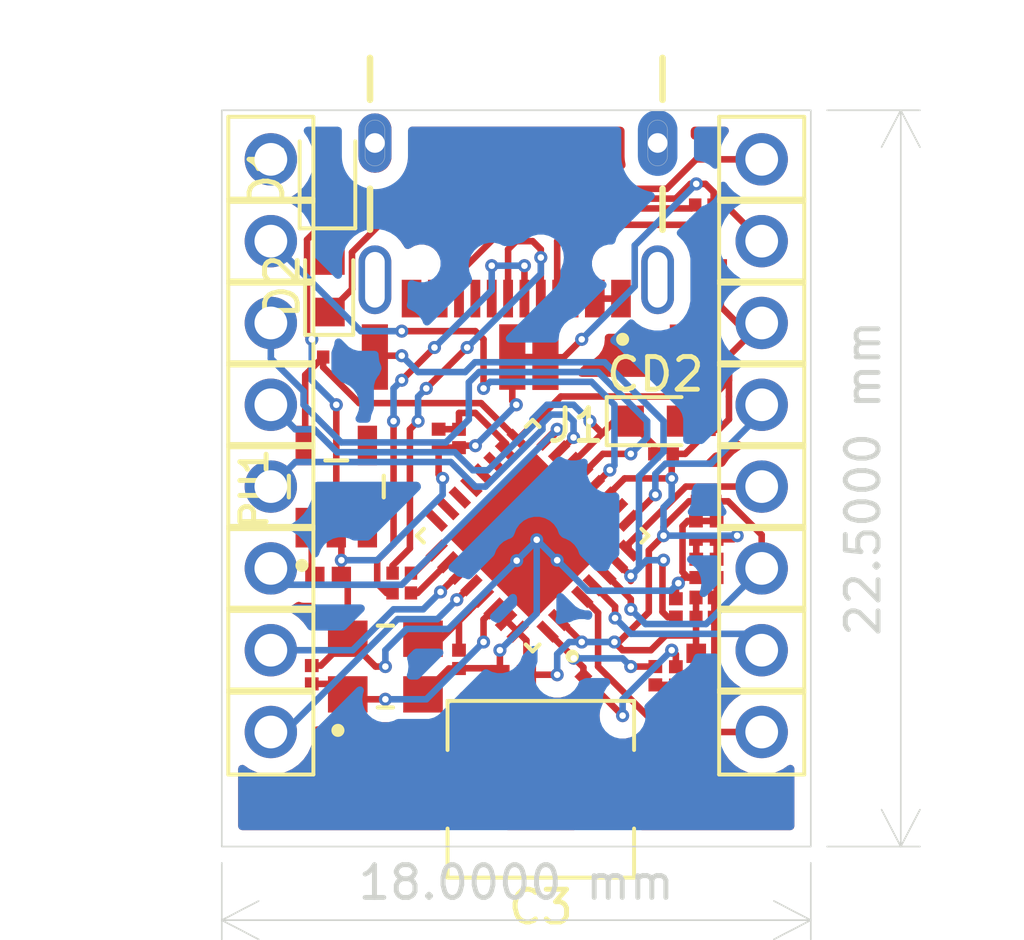
<source format=kicad_pcb>
(kicad_pcb (version 20240108) (generator "pcbnew") (generator_version "8.0")
  (layers (0 "F.Cu" signal) (31 "B.Cu" signal) (34 "B.Paste" user) (35 "F.Paste" user) (36 "B.SilkS" user "B.Silkscreen") (37 "F.SilkS" user "F.Silkscreen") (38 "B.Mask" user) (39 "F.Mask" user) (44 "Edge.Cuts" user))
  (net 0 "")
  (net 1 "GND")
  (net 2 "Net-(CD2-A)")
  (net 3 "+3.3V")
  (net 5 "GPIO5{slash}ADC2{slash}SDA")
  (net 6 "/SPIQ")
  (net 7 "/GPIO13")
  (net 8 "/SPID")
  (net 9 "Net-(U1-LNA_IN)")
  (net 10 "/GPIO12")
  (net 11 "/SPICSO")
  (net 12 "/SPCILK")
  (net 15 "XTAL_P")
  (net 16 "XTAL_N")
  (net 17 "GPIO8{slash}PWM")
  (net 18 "VBUS")
  (net 19 "VSYS")
  (net 20 "GPIO7")
  (net 21 "GPIO9{slash}BOOT")
  (net 22 "GPIO6")
  (net 23 "GPIO10")
  (net 24 "GPIO21")
  (net 25 "GPIO20")
  (net 26 "GPIO1{slash}U1RXD")
  (net 27 "GPIO0{slash}U1TXD")
  (net 28 "GPIO4{slash}ADC1{slash}SDA")
  (net 29 "GPIO2")
  (net 30 "GPIO3")
  (net 31 "Net-(J1-D--PadA7)")
  (net 32 "Net-(J1-D+-PadA6)")
  (net 33 "GPIO9")
  (net 34 "CHIP EN")
  (net 35 "VDD SPI{slash}GPIO11")
  (net 36 "USBD_P")
  (net 37 "USBD_N")
  (net 38 "CC1")
  (net 39 "CC2")
  (net 40 "Net-(C3-A)")
  (net 41 "GPIO5{slash}ADC2{slash}SCL")
  (net 42 "Net-(D2-A)")
  (footprint "GRM033R61E431KA01D:CAPC0603X33N" (layer "F.Cu") (at 178 81.73 -90)
    (property "Reference" "C2" (hide yes))
    (property "Value" "C" (hide yes))
  )
  (footprint "Connector_Pin:Pin_D1.1mm_L8.5mm_W2.5mm_FlatFork" (layer "F.Cu") (at 187.25 81.45)
    (property "Reference" "H2" (hide yes))
    (property "Value" "2" (hide yes))
  )
  (footprint "RC0201FR-0768KL:RESC0603X26N" (layer "F.Cu") (at 176.25134 79.095409)
    (property "Reference" "UR2" (hide yes))
    (property "Value" "R" (hide yes))
  )
  (footprint "C0402C152J5GACTU:CAPC1005X55N" (layer "F.Cu") (at 174 79.2)
    (property "Reference" "PC1" (hide yes))
    (property "Value" "C" (hide yes))
  )
  (footprint "Connector_Pin:Pin_D1.1mm_L8.5mm_W2.5mm_FlatFork" (layer "F.Cu") (at 187.25 76.45)
    (property "Reference" "H4" (hide yes))
    (property "Value" "4" (hide yes))
  )
  (footprint "RC0201FR-0768KL:RESC0603X26N" (layer "F.Cu") (at 185.647521 74.433675 90)
    (property "Reference" "UR8" (hide yes))
    (property "Value" "R" (hide yes))
  )
  (footprint "GRM033R61E431KA01D:CAPC0603X33N" (layer "F.Cu") (at 173.5 82.2 90)
    (property "Reference" "C1" (hide yes))
    (property "Value" "C" (hide yes))
  )
  (footprint "RC0201FR-0768KL:RESC0603X26N" (layer "F.Cu") (at 185.5 68.45)
    (property "Reference" "UR1" (hide yes))
    (property "Value" "R" (hide yes))
  )
  (footprint "RC0201FR-0768KL:RESC0603X26N" (layer "F.Cu") (at 176.25 79.7)
    (property "Reference" "UR3" (hide yes))
    (property "Value" "R" (hide yes))
  )
  (footprint "GRM033R61E431KA01D:CAPC0603X33N" (layer "F.Cu") (at 184 82.23 -90)
    (property "Reference" "UC9" (hide yes))
    (property "Value" "C" (hide yes))
  )
  (footprint "Connector_Pin:Pin_D1.1mm_L8.5mm_W2.5mm_FlatFork" (layer "F.Cu") (at 187.25 71.45)
    (property "Reference" "H6" (hide yes))
    (property "Value" "6" (hide yes))
  )
  (footprint "Connector_Pin:Pin_D1.1mm_L8.5mm_W2.5mm_FlatFork" (layer "F.Cu") (at 172.25 71.45)
    (property "Reference" "H15" (hide yes))
    (property "Value" "3" (hide yes))
  )
  (footprint "GRM033R61E431KA01D:CAPC0603X33N" (layer "F.Cu") (at 185.2407 77.779792 -90)
    (property "Reference" "UC2" (hide yes))
    (property "Value" "C" (hide yes))
  )
  (footprint "RC0201FR-0768KL:RESC0603X26N" (layer "F.Cu") (at 185.719 69.7 180)
    (property "Reference" "UR6" (hide yes))
    (property "Value" "10" (hide yes))
  )
  (footprint "GRM033R61E431KA01D:CAPC0603X33N" (layer "F.Cu") (at 178 74.98 -90)
    (property "Reference" "UC11" (hide yes))
    (property "Value" "C" (hide yes))
  )
  (footprint "GRM033R61E431KA01D:CAPC0603X33N" (layer "F.Cu") (at 184.626966 82.235268 -90)
    (property "Reference" "UC8" (hide yes))
    (property "Value" "C" (hide yes))
  )
  (footprint "Connector_Pin:Pin_D1.1mm_L8.5mm_W2.5mm_FlatFork" (layer "F.Cu") (at 172.25 76.45)
    (property "Reference" "H14" (hide yes))
    (property "Value" "5" (hide yes))
  )
  (footprint "RC0201FR-0768KL:RESC0603X26N" (layer "F.Cu") (at 174.128821 72.491111)
    (property "Reference" "UR5" (hide yes))
    (property "Value" "R" (hide yes))
  )
  (footprint "GRM033R61E431KA01D:CAPC0603X33N" (layer "F.Cu") (at 185.52315 79.839678)
    (property "Reference" "UC12" (hide yes))
    (property "Value" "C" (hide yes))
  )
  (footprint "RC0201FR-0768KL:RESC0603X26N" (layer "F.Cu") (at 185.498661 67.843848)
    (property "Reference" "UR4" (hide yes))
    (property "Value" "R" (hide yes))
  )
  (footprint "ESP32C3:QFN32_5X5MM" (layer "F.Cu") (at 180.25 77.95 135)
    (property "Reference" "U1" (hide yes))
    (property "Value" "ESP32-C3")
  )
  (footprint "Connector_Pin:Pin_D1.1mm_L8.5mm_W2.5mm_FlatFork" (layer "F.Cu") (at 187.25 66.45)
    (property "Reference" "H8" (hide yes))
    (property "Value" "8" (hide yes))
  )
  (footprint "Connector_Pin:Pin_D1.1mm_L8.5mm_W2.5mm_FlatFork" (layer "F.Cu") (at 172.25 73.95)
    (property "Reference" "H11" (hide yes))
    (property "Value" "4" (hide yes))
  )
  (footprint "RC0201FR-0768KL:RESC0603X26N" (layer "F.Cu") (at 185.552686 76.900207)
    (property "Reference" "UR15" (hide yes))
    (property "Value" "R" (hide yes))
  )
  (footprint "Connector_Pin:Pin_D1.1mm_L8.5mm_W2.5mm_FlatFork" (layer "F.Cu") (at 187.25 78.95)
    (property "Reference" "H3" (hide yes))
    (property "Value" "3" (hide yes))
  )
  (footprint "Connector_Pin:Pin_D1.1mm_L8.5mm_W2.5mm_FlatFork" (layer "F.Cu") (at 187.25 83.95)
    (property "Reference" "H1" (hide yes))
    (property "Value" "1" (hide yes))
  )
  (footprint "GRM033R61E431KA01D:CAPC0603X33N" (layer "F.Cu") (at 185.872934 77.780785 -90)
    (property "Reference" "UC1" (hide yes))
    (property "Value" "C" (hide yes))
  )
  (footprint "GRM033R61E431KA01D:CAPC0603X33N" (layer "F.Cu") (at 185.52315 80.453412 180)
    (property "Reference" "UC13" (hide yes))
    (property "Value" "C" (hide yes))
  )
  (footprint "Inductor_SMD:L_Wuerth_HCI-5040" (layer "F.Cu") (at 180.5 85.7 180)
    (property "Reference" "C3")
    (property "Value" "Antenna")
  )
  (footprint "GRM033R61E431KA01D:CAPC0603X33N" (layer "F.Cu") (at 184.627684 80.157851 90)
    (property "Reference" "UC7" (hide yes))
    (property "Value" "C" (hide yes))
  )
  (footprint "USB4105GFA:GCT_USB4105GFA" (layer "F.Cu") (at 179.75 65.95 180)
    (property "Reference" "J1")
    (property "Value" "USB_C_Receptacle_USB2.0_16P")
    (fp_line (start 4.62 -0.4) (end 4.62 0.4) (stroke (width 0.01)) (layer "Edge.Cuts"))
    (fp_line (start 4.02 0.4) (end 4.02 -0.4) (stroke (width 0.01)) (layer "Edge.Cuts"))
    (fp_line (start -4.02 -0.4) (end -4.02 0.4) (stroke (width 0.01)) (layer "Edge.Cuts"))
    (fp_line (start -4.62 0.4) (end -4.62 -0.4) (stroke (width 0.01)) (layer "Edge.Cuts"))
    (fp_arc (start 4.62 0.4) (mid 4.532132 0.612132) (end 4.32 0.7) (stroke (width 0.01)) (layer "Edge.Cuts"))
    (fp_arc (start 4.32 0.7) (mid 4.107868 0.612132) (end 4.02 0.4) (stroke (width 0.01)) (layer "Edge.Cuts"))
    (fp_arc (start 4.32 -0.7) (mid 4.532132 -0.612132) (end 4.62 -0.4) (stroke (width 0.01)) (layer "Edge.Cuts"))
    (fp_arc (start 4.02 -0.4) (mid 4.107868 -0.612132) (end 4.32 -0.7) (stroke (width 0.01)) (layer "Edge.Cuts"))
    (fp_arc (start -4.02 0.4) (mid -4.107868 0.612132) (end -4.32 0.7) (stroke (width 0.01)) (layer "Edge.Cuts"))
    (fp_arc (start -4.32 0.7) (mid -4.532132 0.612132) (end -4.62 0.4) (stroke (width 0.01)) (layer "Edge.Cuts"))
    (fp_arc (start -4.32 -0.7) (mid -4.107868 -0.612132) (end -4.02 -0.4) (stroke (width 0.01)) (layer "Edge.Cuts"))
    (fp_arc (start -4.62 -0.4) (mid -4.532132 -0.612132) (end -4.32 -0.7) (stroke (width 0.01)) (layer "Edge.Cuts"))
  )
  (footprint "Connector_Pin:Pin_D1.1mm_L8.5mm_W2.5mm_FlatFork" (layer "F.Cu") (at 172.25 66.45)
    (property "Reference" "H16" (hide yes))
    (property "Value" "1" (hide yes))
  )
  (footprint "GRM033R61E431KA01D:CAPC0603X33N" (layer "F.Cu") (at 185.25 78.95 -90)
    (property "Reference" "UC5" (hide yes))
    (property "Value" "C" (hide yes))
  )
  (footprint "Connector_Pin:Pin_D1.1mm_L8.5mm_W2.5mm_FlatFork" (layer "F.Cu") (at 172.25 83.95)
    (property "Reference" "H9" (hide yes))
    (property "Value" "8" (hide yes))
  )
  (footprint "RC0201FR-0768KL:RESC0603X26N" (layer "F.Cu") (at 173.994379 68.702681)
    (property "Reference" "UR7" (hide yes))
    (property "Value" "R" (hide yes))
  )
  (footprint "SKRKAEE010:SKRK" (layer "F.Cu") (at 177.528302 72.490911 180)
    (property "Reference" "K2" (hide yes))
    (property "Value" "SW_Omron_B3FS" (hide yes))
  )
  (footprint "C0402C152J5GACTU:CAPC1005X55N" (layer "F.Cu") (at 185.25 81.95 -90)
    (property "Reference" "UC4" (hide yes))
    (property "Value" "C" (hide yes))
  )
  (footprint "RC0201FR-0768KL:RESC0603X26N" (layer "F.Cu") (at 182 82.45 -45)
    (property "Reference" "UR9" (hide yes))
    (property "Value" "R" (hide yes))
  )
  (footprint "C0402C152J5GACTU:CAPC1005X55N" (layer "F.Cu") (at 179.655 82.2 180)
    (property "Reference" "PC2" (hide yes))
    (property "Value" "C" (hide yes))
  )
  (footprint "NX3225SA-40M-EXS00A-CS03880:OSCCC320X250X60" (layer "F.Cu") (at 175.75 81.95 90)
    (property "Reference" "Y1" (hide yes))
    (property "Value" "NX3225SA-40M-EXS00A-CS03880")
  )
  (footprint "LP3985IM5-3.3:SOT95P280X145-5N" (layer "F.Cu") (at 174.25 76.45 90)
    (property "Reference" "PU1")
    (property "Value" "ME6211C33M5")
  )
  (footprint "Diode_SMD:D_SOD-323F" (layer "F.Cu") (at 173.980493 66.948208 90)
    (property "Reference" "D1")
    (property "Value" "NRVA4004T3G")
  )
  (footprint "LED_SMD:LED_0603_1608Metric" (layer "F.Cu") (at 184 74.45)
    (property "Reference" "CD2")
    (property "Value" "LED")
  )
  (footprint "LED_SMD:LED_0603_1608Metric" (layer "F.Cu") (at 174.031977 70.328791 90)
    (property "Reference" "D2")
    (property "Value" "LED")
  )
  (footprint "Connector_Pin:Pin_D1.1mm_L8.5mm_W2.5mm_FlatFork" (layer "F.Cu") (at 172.25 68.95)
    (property "Reference" "H12" (hide yes))
    (property "Value" "2" (hide yes))
  )
  (footprint "SKRKAEE010:SKRK" (layer "F.Cu") (at 182.741538 72.497417)
    (property "Reference" "K1" (hide yes))
    (property "Value" "SW_Omron_B3FS" (hide yes))
  )
  (footprint "GRM033R61E431KA01D:CAPC0603X33N" (layer "F.Cu") (at 177.376904 74.976539 -90)
    (property "Reference" "UC10" (hide yes))
    (property "Value" "C" (hide yes))
  )
  (footprint "Connector_Pin:Pin_D1.1mm_L8.5mm_W2.5mm_FlatFork" (layer "F.Cu") (at 187.25 68.95)
    (property "Reference" "H7" (hide yes))
    (property "Value" "7" (hide yes))
  )
  (footprint "GRM033R61E431KA01D:CAPC0603X33N" (layer "F.Cu") (at 185.873553 78.949999 -90)
    (property "Reference" "UC6" (hide yes))
    (property "Value" "C" (hide yes))
  )
  (footprint "Connector_Pin:Pin_D1.1mm_L8.5mm_W2.5mm_FlatFork" (layer "F.Cu") (at 172.25 78.95)
    (property "Reference" "H10" (hide yes))
    (property "Value" "6" (hide yes))
  )
  (footprint "RC0201FR-0768KL:RESC0603X26N" (layer "F.Cu") (at 184.25 75.45 180)
    (property "Reference" "UR10" (hide yes))
    (property "Value" "R" (hide yes))
  )
  (footprint "Connector_Pin:Pin_D1.1mm_L8.5mm_W2.5mm_FlatFork" (layer "F.Cu") (at 187.25 73.95)
    (property "Reference" "H5" (hide yes))
    (property "Value" "5" (hide yes))
  )
  (footprint "Connector_Pin:Pin_D1.1mm_L8.5mm_W2.5mm_FlatFork" (layer "F.Cu") (at 172.25 81.45)
    (property "Reference" "H13" (hide yes))
    (property "Value" "7" (hide yes))
  )
  (gr_rect (start 170.75 64.95) (end 188.75 87.45) (stroke (width 0.05)) (fill none) (layer "Edge.Cuts"))
  (dimension (type aligned) (layer "Edge.Cuts") (pts (xy 170.75 87.45) (xy 188.75 87.45)) (height 2.25) (gr_text "18.0000 mm" (at 179.75 88.55 0) (layer "Edge.Cuts") (effects (font (size 1 1) (thickness 0.15)))) (format (prefix "") (suffix "") (units 3) (units_format 1) (precision 4)) (style (thickness 0.05) (arrow_length 1.27) (text_position_mode 0) (extension_height 0.58642) (extension_offset 0.5) keep_text_aligned))
  (dimension (type aligned) (layer "Edge.Cuts") (pts (xy 188.75 87.45) (xy 188.75 64.95)) (height 2.75) (gr_text "22.5000 mm" (at 190.35 76.2 90) (layer "Edge.Cuts") (effects (font (size 1 1) (thickness 0.15)))) (format (prefix "") (suffix "") (units 3) (units_format 1) (precision 4)) (style (thickness 0.05) (arrow_length 1.27) (text_position_mode 0) (extension_height 0.58642) (extension_offset 0.5) keep_text_aligned))
  (segment (start 182.15 70.705) (end 182.95 70.705) (width 0.2) (layer "F.Cu") (net 0))
  (segment (start 176.55 70.705) (end 177.35 70.705) (width 0.2) (layer "F.Cu") (net 0))
  (segment (start 175.218285 69.918285) (end 175.43 70.13) (width 0.1) (layer "F.Cu") (net 0))
  (segment (start 179.051648 82.001648) (end 178.008352 82.001648) (width 0.2) (layer "F.Cu") (net 1))
  (segment (start 184.627684 79.877851) (end 184.627684 79.477851) (width 0.2) (layer "F.Cu") (net 1))
  (segment (start 185.089732 82.515268) (end 185.25 82.355) (width 0.2) (layer "F.Cu") (net 1))
  (segment (start 185.873553 79.769275) (end 185.80315 79.839678) (width 0.2) (layer "F.Cu") (net 1))
  (segment (start 178.5 75.2) (end 178.06 75.2) (width 0.2) (layer "F.Cu") (net 1))
  (segment (start 175.75 81.95) (end 175.45 81.95) (width 0.2) (layer "F.Cu") (net 1))
  (segment (start 184.875535 79.23) (end 185.25 79.23) (width 0.2) (layer "F.Cu") (net 1))
  (segment (start 185.2407 77.499792) (end 184.9907 77.499792) (width 0.2) (layer "F.Cu") (net 1))
  (segment (start 180.641538 72.497417) (end 181.202583 72.497417) (width 0.2) (layer "F.Cu") (net 1))
  (segment (start 184.8307 77.659792) (end 184.8307 79.0607) (width 0.2) (layer "F.Cu") (net 1))
  (segment (start 185.872934 77.500785) (end 185.241693 77.500785) (width 0.2) (layer "F.Cu") (net 1))
  (segment (start 184.626966 82.515268) (end 185.089732 82.515268) (width 0.2) (layer "F.Cu") (net 1))
  (segment (start 186.25 67.95) (end 187.25 68.95) (width 0.2) (layer "F.Cu") (net 1))
  (segment (start 179.25 81.45) (end 179.25 82.2) (width 0.2) (layer "F.Cu") (net 1))
  (segment (start 174.6 81.1) (end 174.6 79.395) (width 0.2) (layer "F.Cu") (net 1))
  (segment (start 184.627684 79.477851) (end 184.875535 79.23) (width 0.2) (layer "F.Cu") (net 1))
  (segment (start 174.405 77.86) (end 174.25 77.705) (width 0.2) (layer "F.Cu") (net 1))
  (segment (start 184.9907 77.499792) (end 184.8307 77.659792) (width 0.2) (layer "F.Cu") (net 1))
  (segment (start 185.225976 79.254024) (end 185.25 79.23) (width 0.2) (layer "F.Cu") (net 1))
  (segment (start 185 79.23) (end 185.25 79.23) (width 0.2) (layer "F.Cu") (net 1))
  (segment (start 184 82.51) (end 184.621698 82.51) (width 0.2) (layer "F.Cu") (net 1))
  (segment (start 185.25 67.2) (end 185.531 67.2) (width 0.2) (layer "F.Cu") (net 1))
  (segment (start 184.621509 67.65) (end 185.071509 67.2) (width 0.2) (layer "F.Cu") (net 1))
  (segment (start 185.873553 79.229999) (end 185.873553 79.769275) (width 0.2) (layer "F.Cu") (net 1))
  (segment (start 185.781 67.845187) (end 185.779661 67.843848) (width 0.2) (layer "F.Cu") (net 1))
  (segment (start 177.376904 76.006539) (end 177.376904 75.256539) (width 0.2) (layer "F.Cu") (net 1))
  (segment (start 179.855736 67.65) (end 184.621509 67.65) (width 0.2) (layer "F.Cu") (net 1))
  (segment (start 174.031977 71.116291) (end 174.73 70.418268) (width 0.2) (layer "F.Cu") (net 1))
  (segment (start 185.071509 67.2) (end 185.25 67.2) (width 0.2) (layer "F.Cu") (net 1))
  (segment (start 176.070051 67.95) (end 179.555736 67.95) (width 0.2) (layer "F.Cu") (net 1))
  (segment (start 177.376904 76.076904) (end 177.5 76.2) (width 0.2) (layer "F.Cu") (net 1))
  (segment (start 180.635032 72.490911) (end 180.641538 72.497417) (width 0.2) (layer "F.Cu") (net 1))
  (segment (start 177.996539 75.256539) (end 178 75.26) (width 0.2) (layer "F.Cu") (net 1))
  (segment (start 185.80315 80.453412) (end 185.80315 79.839678) (width 0.2) (layer "F.Cu") (net 1))
  (segment (start 184.8307 79.0607) (end 185 79.23) (width 0.2) (layer "F.Cu") (net 1))
  (segment (start 174.405 79.2) (end 174.405 78.7) (width 0.2) (layer "F.Cu") (net 1))
  (segment (start 185.531 67.2) (end 185.781 67.45) (width 0.2) (layer "F.Cu") (net 1))
  (segment (start 185.781 67.95) (end 185.781 67.45) (width 0.2) (layer "F.Cu") (net 1))
  (segment (start 179.628302 72.490911) (end 180.635032 72.490911) (width 0.2) (layer "F.Cu") (net 1))
  (segment (start 177.376904 76.006539) (end 177.376904 76.076904) (width 0.2) (layer "F.Cu") (net 1))
  (segment (start 179.628302 73.828302) (end 179.75 73.95) (width 0.2) (layer "F.Cu") (net 1))
  (segment (start 185.25 79.23) (end 185.873552 79.23) (width 0.2) (layer "F.Cu") (net 1))
  (segment (start 185.873552 79.23) (end 185.873553 79.229999) (width 0.2) (layer "F.Cu") (net 1))
  (segment (start 185.781 68.45) (end 185.781 67.845187) (width 0.2) (layer "F.Cu") (net 1))
  (segment (start 185.345 82.355) (end 185.80315 81.89685) (width 0.2) (layer "F.Cu") (net 1))
  (segment (start 179.555736 67.95) (end 179.855736 67.65) (width 0.2) (layer "F.Cu") (net 1))
  (segment (start 177.69 82.01) (end 178 82.01) (width 0.2) (layer "F.Cu") (net 1))
  (segment (start 174.73 69.290051) (end 176.070051 67.95) (width 0.2) (layer "F.Cu") (net 1))
  (segment (start 179.628302 72.490911) (end 179.628302 73.828302) (width 0.2) (layer "F.Cu") (net 1))
  (segment (start 184.702767 79.402767) (end 184.627684 79.47785) (width 0.2) (layer "F.Cu") (net 1))
  (segment (start 176.9 82.8) (end 177.69 82.01) (width 0.2) (layer "F.Cu") (net 1))
  (segment (start 179.25 82.2) (end 179.051648 82.001648) (width 0.2) (layer "F.Cu") (net 1))
  (segment (start 185.095 82.2) (end 185.25 82.355) (width 0.2) (layer "F.Cu") (net 1))
  (segment (start 185.241693 77.500785) (end 185.2407 77.499792) (width 0.2) (layer "F.Cu") (net 1))
  (segment (start 174.6 79.395) (end 174.405 79.2) (width 0.2) (layer "F.Cu") (net 1))
  (segment (start 181.202583 72.497417) (end 181.75 71.95) (width 0.2) (layer "F.Cu") (net 1))
  (segment (start 174.73 70.418268) (end 174.73 69.290051) (width 0.2) (layer "F.Cu") (net 1))
  (segment (start 173.78 81.92) (end 174.6 81.1) (width 0.2) (layer "F.Cu") (net 1))
  (segment (start 185.781 67.95) (end 186.25 67.95) (width 0.2) (layer "F.Cu") (net 1))
  (segment (start 174.405 78.7) (end 174.405 77.86) (width 0.2) (layer "F.Cu") (net 1))
  (segment (start 175.45 81.95) (end 174.6 81.1) (width 0.2) (layer "F.Cu") (net 1))
  (segment (start 177.376904 75.256539) (end 177.996539 75.256539) (width 0.2) (layer "F.Cu") (net 1))
  (segment (start 185.25 82.355) (end 185.345 82.355) (width 0.2) (layer "F.Cu") (net 1))
  (segment (start 184.627684 79.47785) (end 184.627684 79.877851) (width 0.2) (layer "F.Cu") (net 1))
  (segment (start 185.80315 81.89685) (end 185.80315 80.453412) (width 0.2) (layer "F.Cu") (net 1))
  (segment (start 178.06 75.2) (end 178 75.26) (width 0.2) (layer "F.Cu") (net 1))
  (segment (start 173.5 81.92) (end 173.78 81.92) (width 0.2) (layer "F.Cu") (net 1))
  (segment (start 178.008352 82.001648) (end 178 82.01) (width 0.2) (layer "F.Cu") (net 1))
  (via (at 174.405 78.7) (size 0.4) (drill 0.2) (layers "F.Cu" "B.Cu") (net 1))
  (via (at 179.763171 78.713171) (size 0.4) (drill 0.2) (layers "F.Cu" "B.Cu") (net 1))
  (via (at 181.75 71.95) (size 0.4) (drill 0.2) (layers "F.Cu" "B.Cu") (net 1))
  (via (at 180.375 78.075) (size 0.4) (drill 0.2) (layers "F.Cu" "B.Cu") (net 1))
  (via (at 177.5 76.2) (size 0.4) (drill 0.2) (layers "F.Cu" "B.Cu") (net 1))
  (via (at 184.702767 79.402767) (size 0.4) (drill 0.2) (layers "F.Cu" "B.Cu") (net 1))
  (via (at 179.75 73.95) (size 0.4) (drill 0.2) (layers "F.Cu" "B.Cu") (net 1))
  (via (at 178.5 75.2) (size 0.4) (drill 0.2) (layers "F.Cu" "B.Cu") (net 1))
  (via (at 181 78.7) (size 0.4) (drill 0.2) (layers "F.Cu" "B.Cu") (net 1))
  (via (at 175.75 81.95) (size 0.4) (drill 0.2) (layers "F.Cu" "B.Cu") (net 1))
  (via (at 185.25 67.2) (size 0.4) (drill 0.2) (layers "F.Cu" "B.Cu") (net 1))
  (via (at 179.25 81.45) (size 0.4) (drill 0.2) (layers "F.Cu" "B.Cu") (net 1))
  (segment (start 180.375 78.075) (end 180.375 80.325) (width 0.2) (layer "B.Cu") (net 1))
  (segment (start 175.5 78.7) (end 177.5 76.7) (width 0.2) (layer "B.Cu") (net 1))
  (segment (start 179.75 73.95) (end 178.5 75.2) (width 0.2) (layer "B.Cu") (net 1))
  (segment (start 180.375 78.075) (end 180.375 78.101342) (width 0.2) (layer "B.Cu") (net 1))
  (segment (start 177.676341 80.8) (end 176.4 80.8) (width 0.2) (layer "B.Cu") (net 1))
  (segment (start 179.763171 78.713171) (end 178.486829 79.989513) (width 0.2) (layer "B.Cu") (net 1))
  (segment (start 178.486829 79.989513) (end 178.486829 79.989512) (width 0.2) (layer "B.Cu") (net 1))
  (segment (start 183.37 70.33) (end 183.37 69.08) (width 0.2) (layer "B.Cu") (net 1))
  (segment (start 180.375 78.075) (end 181.932233 79.632233) (width 0.2) (layer "B.Cu") (net 1))
  (segment (start 178.486829 79.989512) (end 177.676341 80.8) (width 0.2) (layer "B.Cu") (net 1))
  (segment (start 183.37 69.08) (end 185.25 67.2) (width 0.2) (layer "B.Cu") (net 1))
  (segment (start 177.5 76.7) (end 177.5 76.2) (width 0.2) (layer "B.Cu") (net 1))
  (segment (start 180.375 80.325) (end 179.25 81.45) (width 0.2) (layer "B.Cu") (net 1))
  (segment (start 174.405 78.7) (end 175.5 78.7) (width 0.2) (layer "B.Cu") (net 1))
  (segment (start 184.473301 79.632233) (end 184.702767 79.402767) (width 0.2) (layer "B.Cu") (net 1))
  (segment (start 180.375 78.101342) (end 179.763171 78.713171) (width 0.2) (layer "B.Cu") (net 1))
  (segment (start 175.75 81.45) (end 175.75 81.95) (width 0.2) (layer "B.Cu") (net 1))
  (segment (start 181.75 71.95) (end 183.37 70.33) (width 0.2) (layer "B.Cu") (net 1))
  (segment (start 181.932233 79.632233) (end 184.473301 79.632233) (width 0.2) (layer "B.Cu") (net 1))
  (segment (start 176.4 80.8) (end 175.75 81.45) (width 0.2) (layer "B.Cu") (net 1))
  (segment (start 185.084825 74.152675) (end 185.647521 74.152675) (width 0.2) (layer "F.Cu") (net 2))
  (segment (start 184.7875 74.45) (end 185.084825 74.152675) (width 0.2) (layer "F.Cu") (net 2))
  (segment (start 182.75 81.2) (end 183 81.45) (width 0.2) (layer "F.Cu") (net 3))
  (segment (start 186 70.95) (end 186.5 71.45) (width 0.2) (layer "F.Cu") (net 3))
  (segment (start 185.24315 80.95) (end 185.24315 81.53815) (width 0.2) (layer "F.Cu") (net 3))
  (segment (start 186.25 74.395098) (end 185.930423 74.714675) (width 0.2) (layer "F.Cu") (net 3))
  (segment (start 186 69.7) (end 186 70.95) (width 0.2) (layer "F.Cu") (net 3))
  (segment (start 179.792148 75.017275) (end 181.112006 73.697417) (width 0.2) (layer "F.Cu") (net 3))
  (segment (start 182.886397 81.2) (end 183.8 80.286397) (width 0.2) (layer "F.Cu") (net 3))
  (segment (start 183.8 80.286397) (end 183.8 78.4) (width 0.2) (layer "F.Cu") (net 3))
  (segment (start 173.847821 72.797821) (end 173.847821 72.491111) (width 0.2) (layer "F.Cu") (net 3))
  (segment (start 183.060661 76.2) (end 184.5 76.2) (width 0.2) (layer "F.Cu") (net 3))
  (segment (start 181 82.2) (end 180.06 82.2) (width 0.2) (layer "F.Cu") (net 3))
  (segment (start 184.5 75.481) (end 184.531 75.45) (width 0.2) (layer "F.Cu") (net 3))
  (segment (start 173.3 73.038932) (end 173.847821 72.491111) (width 0.2) (layer "F.Cu") (net 3))
  (segment (start 185.25 78.67) (end 185.25 78.069092) (width 0.2) (layer "F.Cu") (net 3))
  (segment (start 185.873552 78.67) (end 185.873553 78.669999) (width 0.2) (layer "F.Cu") (net 3))
  (segment (start 184.912196 75.45) (end 184.531 75.45) (width 0.2) (layer "F.Cu") (net 3))
  (segment (start 185.25 80.95) (end 185.24315 80.95) (width 0.2) (layer "F.Cu") (net 3))
  (segment (start 181.079172 80.529172) (end 181.75 81.2) (width 0.2) (layer "F.Cu") (net 3))
  (segment (start 185.25 78.67) (end 185.873552 78.67) (width 0.2) (layer "F.Cu") (net 3))
  (segment (start 178.674873 73.9) (end 174.95 73.9) (width 0.2) (layer "F.Cu") (net 3))
  (segment (start 185.24315 81.53815) (end 185.25 81.545) (width 0.2) (layer "F.Cu") (net 3))
  (segment (start 185.25 78.069092) (end 185.2407 78.059792) (width 0.2) (layer "F.Cu") (net 3))
  (segment (start 183.863603 81.45) (end 184.313603 81) (width 0.2) (layer "F.Cu") (net 3))
  (segment (start 185.030285 76.900207) (end 185.271686 76.900207) (width 0.2) (layer "F.Cu") (net 3))
  (segment (start 185.752583 73.697417) (end 186.25 73.2) (width 0.2) (layer "F.Cu") (net 3))
  (segment (start 182.475619 76.785042) (end 183.060661 76.2) (width 0.2) (layer "F.Cu") (net 3))
  (segment (start 185.930423 74.714675) (end 185.647521 74.714675) (width 0.2) (layer "F.Cu") (net 3))
  (segment (start 187.25 71.45) (end 186.25 72.45) (width 0.2) (layer "F.Cu") (net 3))
  (segment (start 185.647521 74.714675) (end 184.912196 75.45) (width 0.2) (layer "F.Cu") (net 3))
  (segment (start 186.25 73.2) (end 186.25 72.95) (width 0.2) (layer "F.Cu") (net 3))
  (segment (start 184.5 76.2) (end 184.5 75.481) (width 0.2) (layer "F.Cu") (net 3))
  (segment (start 186.25 73.7) (end 186.25 74.395098) (width 0.2) (layer "F.Cu") (net 3))
  (segment (start 186.5 71.45) (end 187.25 71.45) (width 0.2) (layer "F.Cu") (net 3))
  (segment (start 174.95 73.9) (end 173.847821 72.797821) (width 0.2) (layer "F.Cu") (net 3))
  (segment (start 184.25 77.680492) (end 185.030285 76.900207) (width 0.2) (layer "F.Cu") (net 3))
  (segment (start 185.24315 80.453412) (end 185.24315 80.95) (width 0.2) (layer "F.Cu") (net 3))
  (segment (start 185.872934 78.66938) (end 185.873553 78.669999) (width 0.2) (layer "F.Cu") (net 3))
  (segment (start 185.2407 78.059792) (end 185.871941 78.059792) (width 0.2) (layer "F.Cu") (net 3))
  (segment (start 181.414958 80.175619) (end 181.475619 80.175619) (width 0.2) (layer "F.Cu") (net 3))
  (segment (start 182.75 81.2) (end 182.886397 81.2) (width 0.2) (layer "F.Cu") (net 3))
  (segment (start 183 81.45) (end 183.863603 81.45) (width 0.2) (layer "F.Cu") (net 3))
  (segment (start 186.389215 78.060785) (end 186.5 77.95) (width 0.2) (layer "F.Cu") (net 3))
  (segment (start 185.872934 78.060785) (end 185.872934 78.66938) (width 0.2) (layer "F.Cu") (net 3))
  (segment (start 180.06 82.2) (end 180.06 81.150577) (width 0.2) (layer "F.Cu") (net 3))
  (segment (start 184.313603 81) (end 185.2 81) (width 0.2) (layer "F.Cu") (net 3))
  (segment (start 185.871941 78.059792) (end 185.872934 78.060785) (width 0.2) (layer "F.Cu") (net 3))
  (segment (start 179.792148 75.017275) (end 178.674873 73.9) (width 0.2) (layer "F.Cu") (net 3))
  (segment (start 173.3 75.195) (end 173.3 73.038932) (width 0.2) (layer "F.Cu") (net 3))
  (segment (start 179.792148 80.882725) (end 179.438595 80.529172) (width 0.2) (layer "F.Cu") (net 3))
  (segment (start 183.8 78.4) (end 184.25 77.95) (width 0.2) (layer "F.Cu") (net 3))
  (segment (start 181.061405 80.529172) (end 181.414958 80.175619) (width 0.2) (layer "F.Cu") (net 3))
  (segment (start 184.25 77.95) (end 184.25 77.680492) (width 0.2) (layer "F.Cu") (net 3))
  (segment (start 181.112006 73.697417) (end 185.752583 73.697417) (width 0.2) (layer "F.Cu") (net 3))
  (segment (start 185.872934 78.060785) (end 186.389215 78.060785) (width 0.2) (layer "F.Cu") (net 3))
  (segment (start 186.25 72.45) (end 186.25 73.7) (width 0.2) (layer "F.Cu") (net 3))
  (segment (start 181.061405 80.529172) (end 181.079172 80.529172) (width 0.2) (layer "F.Cu") (net 3))
  (segment (start 185.24315 79.839678) (end 185.24315 80.453412) (width 0.2) (layer "F.Cu") (net 3))
  (segment (start 180.06 81.150577) (end 179.792148 80.882725) (width 0.2) (layer "F.Cu") (net 3))
  (segment (start 185.2 81) (end 185.25 80.95) (width 0.2) (layer "F.Cu") (net 3))
  (via (at 181.75 81.2) (size 0.4) (drill 0.2) (layers "F.Cu" "B.Cu") (net 3))
  (via (at 186.5 77.95) (size 0.4) (drill 0.2) (layers "F.Cu" "B.Cu") (net 3))
  (via (at 184.5 76.2) (size 0.4) (drill 0.2) (layers "F.Cu" "B.Cu") (net 3))
  (via (at 181 82.2) (size 0.4) (drill 0.2) (layers "F.Cu" "B.Cu") (net 3))
  (via (at 182.75 81.2) (size 0.4) (drill 0.2) (layers "F.Cu" "B.Cu") (net 3))
  (via (at 184.25 77.95) (size 0.4) (drill 0.2) (layers "F.Cu" "B.Cu") (net 3))
  (segment (start 184.5 76.836397) (end 184.5 76.2) (width 0.2) (layer "B.Cu") (net 3))
  (segment (start 186.5 77.95) (end 184.25 77.95) (width 0.2) (layer "B.Cu") (net 3))
  (segment (start 182.75 81.2) (end 181.75 81.2) (width 0.2) (layer "B.Cu") (net 3))
  (segment (start 181 82.2) (end 181 81.567206) (width 0.2) (layer "B.Cu") (net 3))
  (segment (start 181 81.567206) (end 181.367206 81.2) (width 0.2) (layer "B.Cu") (net 3))
  (segment (start 184.25 77.95) (end 184.25 77.086397) (width 0.2) (layer "B.Cu") (net 3))
  (segment (start 184.25 77.086397) (end 184.5 76.836397) (width 0.2) (layer "B.Cu") (net 3))
  (segment (start 181.367206 81.2) (end 181.75 81.2) (width 0.2) (layer "B.Cu") (net 3))
  (segment (start 184 81.95) (end 183.25 81.95) (width 0.2) (layer "F.Cu") (net 9))
  (segment (start 181.801303 82.251303) (end 181.801303 81.976176) (width 0.2) (layer "F.Cu") (net 9))
  (segment (start 181.801303 81.976176) (end 180.707852 80.882725) (width 0.2) (layer "F.Cu") (net 9))
  (via (at 183.25 81.95) (size 0.4) (drill 0.2) (layers "F.Cu" "B.Cu") (net 9))
  (via (at 181.509143 81.69446) (size 0.4) (drill 0.2) (layers "F.Cu" "B.Cu") (net 9))
  (segment (start 181.514683 81.7) (end 181.509143 81.69446) (width 0.2) (layer "B.Cu") (net 9))
  (segment (start 183.25 81.95) (end 183 81.7) (width 0.2) (layer "B.Cu") (net 9))
  (segment (start 183 81.7) (end 181.514683 81.7) (width 0.2) (layer "B.Cu") (net 9))
  (segment (start 174.75 82.95) (end 174.6 82.8) (width 0.2) (layer "F.Cu") (net 15))
  (segment (start 175.75 82.95) (end 174.75 82.95) (width 0.2) (layer "F.Cu") (net 15))
  (segment (start 179.085042 80.175619) (end 178.75 80.510661) (width 0.2) (layer "F.Cu") (net 15))
  (segment (start 178.75 80.510661) (end 178.75 81.2) (width 0.2) (layer "F.Cu") (net 15))
  (segment (start 174.28 82.48) (end 174.6 82.8) (width 0.2) (layer "F.Cu") (net 15))
  (segment (start 173.5 82.48) (end 174.28 82.48) (width 0.2) (layer "F.Cu") (net 15))
  (via (at 175.75 82.95) (size 0.4) (drill 0.2) (layers "F.Cu" "B.Cu") (net 15))
  (via (at 178.75 81.2) (size 0.4) (drill 0.2) (layers "F.Cu" "B.Cu") (net 15))
  (segment (start 178.75 81.2) (end 177 82.95) (width 0.2) (layer "B.Cu") (net 15))
  (segment (start 177 82.95) (end 175.75 82.95) (width 0.2) (layer "B.Cu") (net 15))
  (segment (start 178.301776 80.251776) (end 177.453553 81.1) (width 0.2) (layer "F.Cu") (net 16))
  (segment (start 178 81.45) (end 178 80.553552) (width 0.2) (layer "F.Cu") (net 16))
  (segment (start 178 80.553552) (end 178.301776 80.251776) (width 0.2) (layer "F.Cu") (net 16))
  (segment (start 178.731488 79.822065) (end 178.301776 80.251776) (width 0.2) (layer "F.Cu") (net 16))
  (segment (start 177.453553 81.1) (end 176.9 81.1) (width 0.2) (layer "F.Cu") (net 16))
  (segment (start 182.375 74.825) (end 181.475619 75.724381) (width 0.2) (layer "F.Cu") (net 17))
  (segment (start 183.2125 74.45) (end 182.75 74.45) (width 0.2) (layer "F.Cu") (net 17))
  (segment (start 182.75 74.45) (end 182.375 74.825) (width 0.2) (layer "F.Cu") (net 17))
  (segment (start 183.969 75.2065) (end 183.2125 74.45) (width 0.2) (layer "F.Cu") (net 17))
  (segment (start 182.375 74.825) (end 182 74.45) (width 0.2) (layer "F.Cu") (net 17))
  (segment (start 183.969 75.45) (end 183.969 75.2065) (width 0.2) (layer "F.Cu") (net 17))
  (segment (start 181.475619 75.724381) (end 181.414958 75.724381) (width 0.2) (layer "F.Cu") (net 17))
  (via (at 182 74.45) (size 0.4) (drill 0.2) (layers "F.Cu" "B.Cu") (net 17))
  (segment (start 173.575736 74.7) (end 173 74.7) (width 0.2) (layer "B.Cu") (net 17))
  (segment (start 178.424264 75.95) (end 177.874264 75.4) (width 0.2) (layer "B.Cu") (net 17))
  (segment (start 180.25 74.582538) (end 178.882538 75.95) (width 0.2) (layer "B.Cu") (net 17))
  (segment (start 182 74.45) (end 181.5 73.95) (width 0.2) (layer "B.Cu") (net 17))
  (segment (start 181.5 73.95) (end 180.689339 73.95) (width 0.2) (layer "B.Cu") (net 17))
  (segment (start 173 74.7) (end 172.25 73.95) (width 0.2) (layer "B.Cu") (net 17))
  (segment (start 177.874264 75.4) (end 174.275736 75.4) (width 0.2) (layer "B.Cu") (net 17))
  (segment (start 178.882538 75.95) (end 178.424264 75.95) (width 0.2) (layer "B.Cu") (net 17))
  (segment (start 174.275736 75.4) (end 173.575736 74.7) (width 0.2) (layer "B.Cu") (net 17))
  (segment (start 180.689339 73.95) (end 180.25 74.389339) (width 0.2) (layer "B.Cu") (net 17))
  (segment (start 180.25 74.389339) (end 180.25 74.582538) (width 0.2) (layer "B.Cu") (net 17))
  (segment (start 173.980493 66.680493) (end 174.95 67.65) (width 0.2) (layer "F.Cu") (net 18))
  (segment (start 179.731472 67.35) (end 184.345788 67.35) (width 0.2) (layer "F.Cu") (net 18))
  (segment (start 173.980493 65.848208) (end 173.980493 66.680493) (width 0.2) (layer "F.Cu") (net 18))
  (segment (start 179.431472 67.65) (end 179.731472 67.35) (width 0.2) (layer "F.Cu") (net 18))
  (segment (start 185.245788 66.45) (end 187.25 66.45) (width 0.2) (layer "F.Cu") (net 18))
  (segment (start 174.95 67.65) (end 179.431472 67.65) (width 0.2) (layer "F.Cu") (net 18))
  (segment (start 184.345788 67.35) (end 185.245788 66.45) (width 0.2) (layer "F.Cu") (net 18))
  (segment (start 174.705 76.9) (end 174.25 76.9) (width 0.2) (layer "F.Cu") (net 19))
  (segment (start 173.3 77.4) (end 173.3 77.705) (width 0.2) (layer "F.Cu") (net 19))
  (segment (start 175.2 77.705) (end 175.2 77.395) (width 0.2) (layer "F.Cu") (net 19))
  (segment (start 173.558087 68.702681) (end 173.713379 68.702681) (width 0.2) (layer "F.Cu") (net 19))
  (segment (start 174.25 76.9) (end 174 76.9) (width 0.2) (layer "F.Cu") (net 19))
  (segment (start 173.5 79.105) (end 173.595 79.2) (width 0.2) (layer "F.Cu") (net 19))
  (segment (start 173.8 76.9) (end 173.3 77.4) (width 0.2) (layer "F.Cu") (net 19))
  (segment (start 173.5 71.95) (end 173.356977 71.806977) (width 0.2) (layer "F.Cu") (net 19))
  (segment (start 173.980493 68.048208) (end 173.713379 68.315322) (width 0.2) (layer "F.Cu") (net 19))
  (segment (start 173.5 77.905) (end 173.5 79.105) (width 0.2) (layer "F.Cu") (net 19))
  (segment (start 173.356977 71.806977) (end 173.356977 68.903791) (width 0.2) (layer "F.Cu") (net 19))
  (segment (start 173.713379 68.315322) (end 173.713379 68.702681) (width 0.2) (layer "F.Cu") (net 19))
  (segment (start 173.3 77.705) (end 173.5 77.905) (width 0.2) (layer "F.Cu") (net 19))
  (segment (start 174 76.9) (end 173.8 76.9) (width 0.2) (layer "F.Cu") (net 19))
  (segment (start 174.25 76.9) (end 174.25 73.95) (width 0.2) (layer "F.Cu") (net 19))
  (segment (start 175.2 77.395) (end 174.705 76.9) (width 0.2) (layer "F.Cu") (net 19))
  (segment (start 173.356977 68.903791) (end 173.558087 68.702681) (width 0.2) (layer "F.Cu") (net 19))
  (via (at 174.25 73.95) (size 0.4) (drill 0.2) (layers "F.Cu" "B.Cu") (net 19))
  (via (at 173.5 71.95) (size 0.4) (drill 0.2) (layers "F.Cu" "B.Cu") (net 19))
  (segment (start 174.25 73.95) (end 173.5 73.2) (width 0.2) (layer "B.Cu") (net 19))
  (segment (start 173.5 73.2) (end 173.5 71.95) (width 0.2) (layer "B.Cu") (net 19))
  (segment (start 181.768512 76.077935) (end 182.396447 75.45) (width 0.2) (layer "F.Cu") (net 20))
  (segment (start 182.396447 75.45) (end 183.25 75.45) (width 0.2) (layer "F.Cu") (net 20))
  (via (at 183.25 75.45) (size 0.4) (drill 0.2) (layers "F.Cu" "B.Cu") (net 20))
  (segment (start 178.3 73.263603) (end 178.3 74.4) (width 0.2) (layer "B.Cu") (net 20))
  (segment (start 173.25 73.95) (end 173.25 73.535786) (width 0.2) (layer "B.Cu") (net 20))
  (segment (start 177.6 75.1) (end 174.4 75.1) (width 0.2) (layer "B.Cu") (net 20))
  (segment (start 178.3 74.4) (end 177.6 75.1) (width 0.2) (layer "B.Cu") (net 20))
  (segment (start 183.75 74.45) (end 182.25 72.95) (width 0.2) (layer "B.Cu") (net 20))
  (segment (start 182.25 72.95) (end 178.613603 72.95) (width 0.2) (layer "B.Cu") (net 20))
  (segment (start 183.25 75.45) (end 183.75 74.95) (width 0.2) (layer "B.Cu") (net 20))
  (segment (start 172.25 72.535786) (end 172.25 71.45) (width 0.2) (layer "B.Cu") (net 20))
  (segment (start 173.25 73.535786) (end 172.25 72.535786) (width 0.2) (layer "B.Cu") (net 20))
  (segment (start 183.75 74.95) (end 183.75 74.45) (width 0.2) (layer "B.Cu") (net 20))
  (segment (start 178.613603 72.95) (end 178.3 73.263603) (width 0.2) (layer "B.Cu") (net 20))
  (segment (start 174.4 75.1) (end 173.25 73.95) (width 0.2) (layer "B.Cu") (net 20))
  (segment (start 181.079172 75.370828) (end 181.5 74.95) (width 0.2) (layer "F.Cu") (net 21))
  (segment (start 181.061405 75.370828) (end 181.079172 75.370828) (width 0.2) (layer "F.Cu") (net 21))
  (via (at 181.5 74.95) (size 0.4) (drill 0.2) (layers "F.Cu" "B.Cu") (net 21))
  (segment (start 177.75 75.7) (end 173 75.7) (width 0.2) (layer "B.Cu") (net 21))
  (segment (start 173 75.7) (end 172.25 76.45) (width 0.2) (layer "B.Cu") (net 21))
  (segment (start 178.5 76.45) (end 177.75 75.7) (width 0.2) (layer "B.Cu") (net 21))
  (segment (start 181.5 74.95) (end 181.5 74.45) (width 0.2) (layer "B.Cu") (net 21))
  (segment (start 180.813603 74.25) (end 180.55 74.513603) (width 0.2) (layer "B.Cu") (net 21))
  (segment (start 181.5 74.45) (end 181.3 74.25) (width 0.2) (layer "B.Cu") (net 21))
  (segment (start 181.3 74.25) (end 180.813603 74.25) (width 0.2) (layer "B.Cu") (net 21))
  (segment (start 180.55 74.706802) (end 178.806802 76.45) (width 0.2) (layer "B.Cu") (net 21))
  (segment (start 178.806802 76.45) (end 178.5 76.45) (width 0.2) (layer "B.Cu") (net 21))
  (segment (start 180.55 74.513603) (end 180.55 74.706802) (width 0.2) (layer "B.Cu") (net 21))
  (segment (start 178.75 71.95) (end 178.5 71.7) (width 0.2) (layer "F.Cu") (net 22))
  (segment (start 182.608953 75.9446) (end 182.122065 76.431488) (width 0.2) (layer "F.Cu") (net 22))
  (segment (start 178.75 73.45) (end 178.75 71.95) (width 0.2) (layer "F.Cu") (net 22))
  (segment (start 178.5 71.7) (end 176.25 71.7) (width 0.2) (layer "F.Cu") (net 22))
  (via (at 178.75 73.45) (size 0.4) (drill 0.2) (layers "F.Cu" "B.Cu") (net 22))
  (via (at 182.608953 75.9446) (size 0.4) (drill 0.2) (layers "F.Cu" "B.Cu") (net 22))
  (via (at 176.25 71.7) (size 0.4) (drill 0.2) (layers "F.Cu" "B.Cu") (net 22))
  (segment (start 176.25 71.7) (end 175 71.7) (width 0.2) (layer "B.Cu") (net 22))
  (segment (start 178.75 73.45) (end 178.95 73.25) (width 0.2) (layer "B.Cu") (net 22))
  (segment (start 182.75 73.95) (end 182.75 75.803553) (width 0.2) (layer "B.Cu") (net 22))
  (segment (start 178.95 73.25) (end 182.05 73.25) (width 0.2) (layer "B.Cu") (net 22))
  (segment (start 182.05 73.25) (end 182.75 73.95) (width 0.2) (layer "B.Cu") (net 22))
  (segment (start 175 71.7) (end 172.25 68.95) (width 0.2) (layer "B.Cu") (net 22))
  (segment (start 182.75 75.803553) (end 182.608953 75.9446) (width 0.2) (layer "B.Cu") (net 22))
  (segment (start 180.707852 74.992148) (end 181 74.7) (width 0.2) (layer "F.Cu") (net 23))
  (segment (start 180.707852 75.017275) (end 180.707852 74.992148) (width 0.2) (layer "F.Cu") (net 23))
  (via (at 181 74.7) (size 0.4) (drill 0.2) (layers "F.Cu" "B.Cu") (net 23))
  (segment (start 176.25 79.45) (end 172.75 79.45) (width 0.2) (layer "B.Cu") (net 23))
  (segment (start 172.75 79.45) (end 172.25 78.95) (width 0.2) (layer "B.Cu") (net 23))
  (segment (start 181 74.7) (end 176.25 79.45) (width 0.2) (layer "B.Cu") (net 23))
  (segment (start 178.371432 79.468512) (end 177.932093 79.907851) (width 0.2) (layer "F.Cu") (net 24))
  (segment (start 178.377935 79.468512) (end 178.371432 79.468512) (width 0.2) (layer "F.Cu") (net 24))
  (via (at 177.932093 79.907851) (size 0.4) (drill 0.2) (layers "F.Cu" "B.Cu") (net 24))
  (segment (start 172.674264 83.95) (end 172.25 83.95) (width 0.2) (layer "B.Cu") (net 24))
  (segment (start 177.932093 79.907851) (end 177.339944 80.5) (width 0.2) (layer "B.Cu") (net 24))
  (segment (start 176.124264 80.5) (end 172.674264 83.95) (width 0.2) (layer "B.Cu") (net 24))
  (segment (start 177.339944 80.5) (end 176.124264 80.5) (width 0.2) (layer "B.Cu") (net 24))
  (segment (start 178.024381 79.114958) (end 177.990927 79.114958) (width 0.2) (layer "F.Cu") (net 25))
  (segment (start 177.990927 79.114958) (end 177.436453 79.669432) (width 0.2) (layer "F.Cu") (net 25))
  (via (at 177.436453 79.669432) (size 0.4) (drill 0.2) (layers "F.Cu" "B.Cu") (net 25))
  (segment (start 174.75 81.45) (end 172.25 81.45) (width 0.2) (layer "B.Cu") (net 25))
  (segment (start 176.905885 80.2) (end 176 80.2) (width 0.2) (layer "B.Cu") (net 25))
  (segment (start 176 80.2) (end 174.75 81.45) (width 0.2) (layer "B.Cu") (net 25))
  (segment (start 177.436453 79.669432) (end 176.905885 80.2) (width 0.2) (layer "B.Cu") (net 25))
  (segment (start 182.769211 80.115658) (end 182.122065 79.468512) (width 0.2) (layer "F.Cu") (net 26))
  (segment (start 182.769211 80.467105) (end 182.769211 80.115658) (width 0.2) (layer "F.Cu") (net 26))
  (via (at 182.769211 80.467105) (size 0.4) (drill 0.2) (layers "F.Cu" "B.Cu") (net 26))
  (segment (start 183.252106 80.95) (end 186.75 80.95) (width 0.2) (layer "B.Cu") (net 26))
  (segment (start 186.75 80.95) (end 187.25 81.45) (width 0.2) (layer "B.Cu") (net 26))
  (segment (start 182.769211 80.467105) (end 183.252106 80.95) (width 0.2) (layer "B.Cu") (net 26))
  (segment (start 184.25 83.95) (end 187.25 83.95) (width 0.2) (layer "F.Cu") (net 27))
  (segment (start 181.768512 79.822065) (end 182.25 80.303553) (width 0.2) (layer "F.Cu") (net 27))
  (segment (start 182.25 80.303553) (end 182.25 81.95) (width 0.2) (layer "F.Cu") (net 27))
  (segment (start 182.25 81.95) (end 184.25 83.95) (width 0.2) (layer "F.Cu") (net 27))
  (segment (start 183.207852 77.492148) (end 184 76.7) (width 0.2) (layer "F.Cu") (net 28))
  (segment (start 183.182725 77.492148) (end 183.207852 77.492148) (width 0.2) (layer "F.Cu") (net 28))
  (via (at 184 76.7) (size 0.4) (drill 0.2) (layers "F.Cu" "B.Cu") (net 28))
  (segment (start 184 76.7) (end 184 76.063603) (width 0.2) (layer "B.Cu") (net 28))
  (segment (start 184.313603 75.75) (end 185.7 75.75) (width 0.2) (layer "B.Cu") (net 28))
  (segment (start 184 76.063603) (end 184.313603 75.75) (width 0.2) (layer "B.Cu") (net 28))
  (segment (start 187.25 74.2) (end 187.25 73.95) (width 0.2) (layer "B.Cu") (net 28))
  (segment (start 185.7 75.75) (end 187.25 74.2) (width 0.2) (layer "B.Cu") (net 28))
  (segment (start 182.475619 79.114958) (end 183.25 79.889339) (width 0.2) (layer "F.Cu") (net 29))
  (segment (start 183.25 79.889339) (end 183.25 80.2) (width 0.2) (layer "F.Cu") (net 29))
  (segment (start 185.833686 76.900207) (end 186.223686 76.900207) (width 0.2) (layer "F.Cu") (net 29))
  (segment (start 187.25 77.926521) (end 187.25 78.95) (width 0.2) (layer "F.Cu") (net 29))
  (segment (start 186.223686 76.900207) (end 187.25 77.926521) (width 0.2) (layer "F.Cu") (net 29))
  (via (at 183.25 80.2) (size 0.4) (drill 0.2) (layers "F.Cu" "B.Cu") (net 29))
  (segment (start 183.7 80.65) (end 185.55 80.65) (width 0.2) (layer "B.Cu") (net 29))
  (segment (start 185.55 80.65) (end 187.25 78.95) (width 0.2) (layer "B.Cu") (net 29))
  (segment (start 183.25 80.2) (end 183.7 80.65) (width 0.2) (layer "B.Cu") (net 29))
  (segment (start 183.182725 78.407852) (end 183.182725 78.199168) (width 0.2) (layer "F.Cu") (net 30))
  (segment (start 184.931893 76.45) (end 187.25 76.45) (width 0.2) (layer "F.Cu") (net 30))
  (segment (start 183.182725 78.199168) (end 184.931893 76.45) (width 0.2) (layer "F.Cu") (net 30))
  (segment (start 180.5 70.705) (end 180.5 69.45) (width 0.2) (layer "F.Cu") (net 31))
  (segment (start 180.5 69.2) (end 180.25 68.95) (width 0.2) (layer "F.Cu") (net 31))
  (segment (start 177 73.45) (end 178.25 72.2) (width 0.2) (layer "F.Cu") (net 31))
  (segment (start 180.25 68.95) (end 179.75 68.95) (width 0.2) (layer "F.Cu") (net 31))
  (segment (start 175.97034 79.095409) (end 175.97034 78.867409) (width 0.2) (layer "F.Cu") (net 31))
  (segment (start 176.5 78.337749) (end 176.5 74.7) (width 0.2) (layer "F.Cu") (net 31))
  (segment (start 175.97034 78.867409) (end 176.5 78.337749) (width 0.2) (layer "F.Cu") (net 31))
  (segment (start 179.75 68.95) (end 179.5 69.2) (width 0.2) (layer "F.Cu") (net 31))
  (segment (start 180.5 69.45) (end 180.5 69.2) (width 0.2) (layer "F.Cu") (net 31))
  (segment (start 179.5 69.2) (end 179.5 70.705) (width 0.2) (layer "F.Cu") (net 31))
  (segment (start 176.5 74.7) (end 176.75 74.45) (width 0.2) (layer "F.Cu") (net 31))
  (via (at 180.5 69.45) (size 0.4) (drill 0.2) (layers "F.Cu" "B.Cu") (net 31))
  (via (at 177 73.45) (size 0.4) (drill 0.2) (layers "F.Cu" "B.Cu") (net 31))
  (via (at 176.75 74.45) (size 0.4) (drill 0.2) (layers "F.Cu" "B.Cu") (net 31))
  (via (at 178.25 72.2) (size 0.4) (drill 0.2) (layers "F.Cu" "B.Cu") (net 31))
  (segment (start 176.75 73.7) (end 176.75 74.45) (width 0.2) (layer "B.Cu") (net 31))
  (segment (start 180.5 69.95) (end 180.5 69.45) (width 0.2) (layer "B.Cu") (net 31))
  (segment (start 177 73.45) (end 176.75 73.7) (width 0.2) (layer "B.Cu") (net 31))
  (segment (start 178.25 72.2) (end 180.5 69.95) (width 0.2) (layer "B.Cu") (net 31))
  (segment (start 176 74.45) (end 176 78.205) (width 0.2) (layer "F.Cu") (net 32))
  (segment (start 175.5 78.705) (end 175.5 79.415069) (width 0.2) (layer "F.Cu") (net 32))
  (segment (start 175.5 79.415069) (end 175.784931 79.7) (width 0.2) (layer "F.Cu") (net 32))
  (segment (start 176 78.205) (end 175.5 78.705) (width 0.2) (layer "F.Cu") (net 32))
  (segment (start 175.784931 79.7) (end 175.969 79.7) (width 0.2) (layer "F.Cu") (net 32))
  (segment (start 180 70.705) (end 180 69.7) (width 0.2) (layer "F.Cu") (net 32))
  (segment (start 179 69.7) (end 179 70.705) (width 0.2) (layer "F.Cu") (net 32))
  (segment (start 176.25 73.2) (end 177.25 72.2) (width 0.2) (layer "F.Cu") (net 32))
  (via (at 180 69.7) (size 0.4) (drill 0.2) (layers "F.Cu" "B.Cu") (net 32))
  (via (at 176 74.45) (size 0.4) (drill 0.2) (layers "F.Cu" "B.Cu") (net 32))
  (via (at 176.25 73.2) (size 0.4) (drill 0.2) (layers "F.Cu" "B.Cu") (net 32))
  (via (at 179 69.7) (size 0.4) (drill 0.2) (layers "F.Cu" "B.Cu") (net 32))
  (via (at 177.25 72.2) (size 0.4) (drill 0.2) (layers "F.Cu" "B.Cu") (net 32))
  (segment (start 177.25 72.2) (end 179 70.45) (width 0.2) (layer "B.Cu") (net 32))
  (segment (start 180 69.7) (end 179 69.7) (width 0.2) (layer "B.Cu") (net 32))
  (segment (start 176.25 73.2) (end 176 73.45) (width 0.2) (layer "B.Cu") (net 32))
  (segment (start 179 70.45) (end 179 69.7) (width 0.2) (layer "B.Cu") (net 32))
  (segment (start 176 73.45) (end 176 74.45) (width 0.2) (layer "B.Cu") (net 32))
  (segment (start 185.438 71.900955) (end 184.841538 72.497417) (width 0.2) (layer "F.Cu") (net 33))
  (segment (start 185.438 69.7) (end 185.438 71.900955) (width 0.2) (layer "F.Cu") (net 33))
  (segment (start 176.25 72.45) (end 175.469213 72.45) (width 0.2) (layer "F.Cu") (net 34))
  (segment (start 175.469213 72.45) (end 175.428302 72.490911) (width 0.2) (layer "F.Cu") (net 34))
  (segment (start 183.25 79.336397) (end 183.25 79.182233) (width 0.2) (layer "F.Cu") (net 34))
  (segment (start 175.428102 72.491111) (end 175.428302 72.490911) (width 0.2) (layer "F.Cu") (net 34))
  (segment (start 184.217684 78.732316) (end 184.25 78.7) (width 0.2) (layer "F.Cu") (net 34))
  (segment (start 184.377684 80.437851) (end 184.217684 80.277851) (width 0.2) (layer "F.Cu") (net 34))
  (segment (start 183.25 79.182233) (end 182.829172 78.761405) (width 0.2) (layer "F.Cu") (net 34))
  (segment (start 184.217684 80.277851) (end 184.217684 78.732316) (width 0.2) (layer "F.Cu") (net 34))
  (segment (start 184.627684 80.437851) (end 184.377684 80.437851) (width 0.2) (layer "F.Cu") (net 34))
  (segment (start 174.409821 72.491111) (end 175.428102 72.491111) (width 0.2) (layer "F.Cu") (net 34))
  (via (at 183.25 79.182233) (size 0.4) (drill 0.2) (layers "F.Cu" "B.Cu") (net 34))
  (via (at 184.25 78.7) (size 0.4) (drill 0.2) (layers "F.Cu" "B.Cu") (net 34))
  (via (at 176.25 72.45) (size 0.4) (drill 0.2) (layers "F.Cu" "B.Cu") (net 34))
  (segment (start 183.732233 78.7) (end 183.25 79.182233) (width 0.2) (layer "B.Cu") (net 34))
  (segment (start 184.25 74.45) (end 184.25 75.389339) (width 0.2) (layer "B.Cu") (net 34))
  (segment (start 178.189339 72.95) (end 178.489339 72.65) (width 0.2) (layer "B.Cu") (net 34))
  (segment (start 176.75 72.95) (end 178.189339 72.95) (width 0.2) (layer "B.Cu") (net 34))
  (segment (start 178.489339 72.65) (end 182.45 72.65) (width 0.2) (layer "B.Cu") (net 34))
  (segment (start 183.5 76.139339) (end 183.5 78.932233) (width 0.2) (layer "B.Cu") (net 34))
  (segment (start 182.45 72.65) (end 184.25 74.45) (width 0.2) (layer "B.Cu") (net 34))
  (segment (start 184.25 78.7) (end 183.732233 78.7) (width 0.2) (layer "B.Cu") (net 34))
  (segment (start 176.25 72.45) (end 176.75 72.95) (width 0.2) (layer "B.Cu") (net 34))
  (segment (start 183.5 78.932233) (end 183.25 79.182233) (width 0.2) (layer "B.Cu") (net 34))
  (segment (start 184.25 75.389339) (end 183.5 76.139339) (width 0.2) (layer "B.Cu") (net 34))
  (segment (start 178.5 74.2) (end 179.438595 75.138595) (width 0.2) (layer "F.Cu") (net 35))
  (segment (start 177.996539 74.696539) (end 178 74.7) (width 0.2) (layer "F.Cu") (net 35))
  (segment (start 178 74.2) (end 178.5 74.2) (width 0.2) (layer "F.Cu") (net 35))
  (segment (start 177.376904 74.696539) (end 177.996539 74.696539) (width 0.2) (layer "F.Cu") (net 35))
  (segment (start 179.438595 75.138595) (end 179.438595 75.370828) (width 0.2) (layer "F.Cu") (net 35))
  (segment (start 178 74.7) (end 178 74.2) (width 0.2) (layer "F.Cu") (net 35))
  (segment (start 176.732233 79.7) (end 177.670828 78.761405) (width 0.2) (layer "F.Cu") (net 36))
  (segment (start 176.531 79.7) (end 176.732233 79.7) (width 0.2) (layer "F.Cu") (net 36))
  (segment (start 176.53234 79.095409) (end 176.629718 79.095409) (width 0.2) (layer "F.Cu") (net 37))
  (segment (start 176.629718 79.095409) (end 177.317275 78.407852) (width 0.2) (layer "F.Cu") (net 37))
  (segment (start 181.5 68.45) (end 181 68.95) (width 0.2) (layer "F.Cu") (net 38))
  (segment (start 181 68.95) (end 181 70.705) (width 0.2) (layer "F.Cu") (net 38))
  (segment (start 185.219 68.45) (end 181.5 68.45) (width 0.2) (layer "F.Cu") (net 38))
  (segment (start 185.217661 67.843848) (end 185.111509 67.95) (width 0.2) (layer "F.Cu") (net 39))
  (segment (start 179.98 67.95) (end 178 69.93) (width 0.2) (layer "F.Cu") (net 39))
  (segment (start 178 69.93) (end 178 70.705) (width 0.2) (layer "F.Cu") (net 39))
  (segment (start 185.111509 67.95) (end 179.98 67.95) (width 0.2) (layer "F.Cu") (net 39))
  (segment (start 184.626966 81.955268) (end 184.626966 81.576966) (width 0.2) (layer "F.Cu") (net 40))
  (segment (start 182.198697 85.348697) (end 182.55 85.7) (width 0.2) (layer "F.Cu") (net 40))
  (segment (start 184.626966 81.576966) (end 184.5 81.45) (width 0.2) (layer "F.Cu") (net 40))
  (segment (start 182.198697 82.648697) (end 182.198697 85.348697) (width 0.2) (layer "F.Cu") (net 40))
  (segment (start 183 83.45) (end 182.198697 82.648697) (width 0.2) (layer "F.Cu") (net 40))
  (via (at 184.5 81.45) (size 0.4) (drill 0.2) (layers "F.Cu" "B.Cu") (net 40))
  (via (at 183 83.45) (size 0.4) (drill 0.2) (layers "F.Cu" "B.Cu") (net 40))
  (segment (start 184.5 81.45) (end 183 82.95) (width 0.2) (layer "B.Cu") (net 40))
  (segment (start 183 82.95) (end 183 83.45) (width 0.2) (layer "B.Cu") (net 40))
  (segment (start 174.275379 68.702681) (end 174.275379 69.297889) (width 0.2) (layer "F.Cu") (net 42))
  (segment (start 174.275379 69.297889) (end 174.031977 69.541291) (width 0.2) (layer "F.Cu") (net 42))
  (zone (net 0) (net_name "") (layer "F.Cu") (priority 1) (connect_pads (clearance 0.5)) (min_thickness 0.25) (fill yes (thermal_gap 0.5) (thermal_bridge_width 0.5) (island_removal_mode 1) (island_area_min 10))
    (polygon (pts (xy 170.75 64.95) (xy 188.75 64.95) (xy 188.75 87.45) (xy 170.75 87.45)))
  )
  (zone (net 0) (net_name "") (layer "B.Cu") (connect_pads (clearance 0.5)) (min_thickness 0.25) (fill yes (thermal_gap 0.5) (thermal_bridge_width 0.5) (island_removal_mode 1) (island_area_min 10))
    (polygon (pts (xy 170.75 64.95) (xy 188.75 64.95) (xy 188.75 87.45) (xy 170.75 87.45)))
  )
)
</source>
